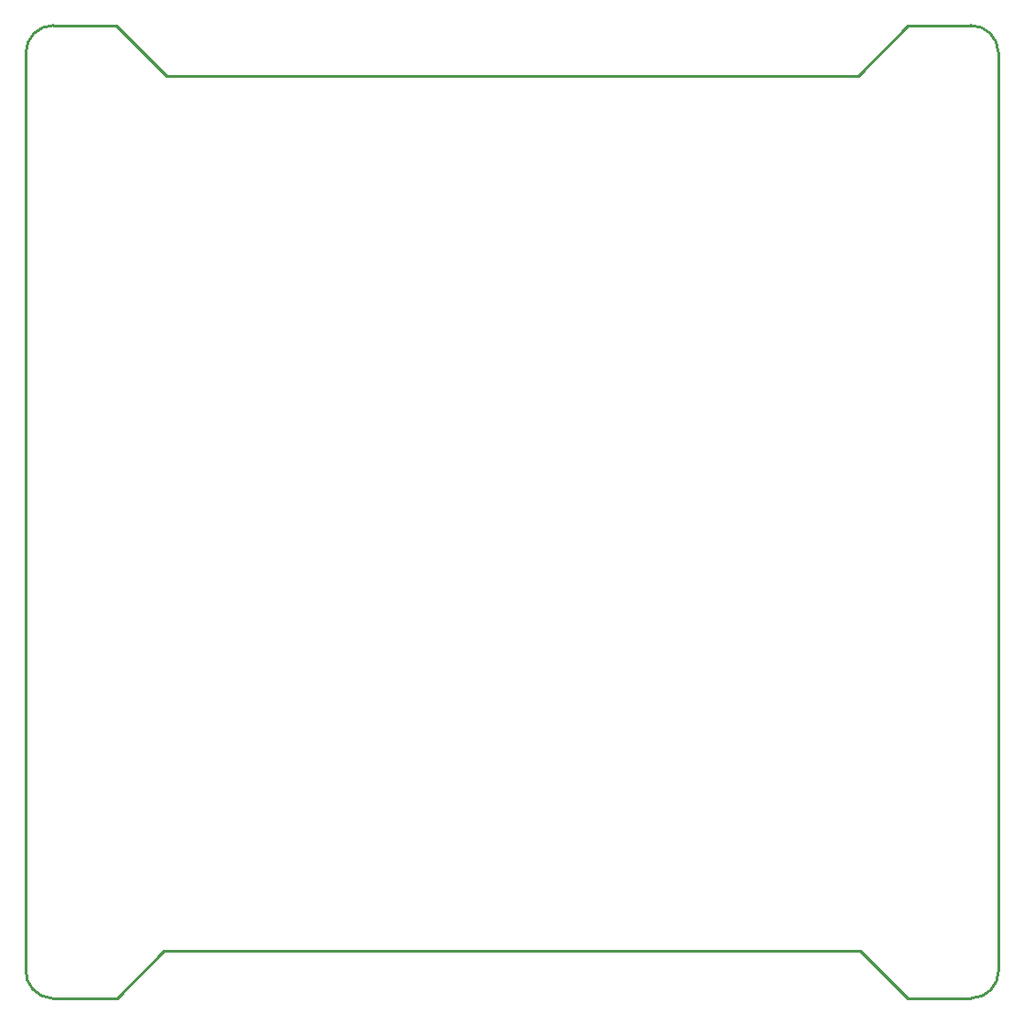
<source format=gm1>
G04*
G04 #@! TF.GenerationSoftware,Altium Limited,Altium Designer,22.9.1 (49)*
G04*
G04 Layer_Color=16711935*
%FSLAX25Y25*%
%MOIN*%
G70*
G04*
G04 #@! TF.SameCoordinates,80F2EAEC-CDE7-43A4-84F7-7BEF4F4580BA*
G04*
G04*
G04 #@! TF.FilePolarity,Positive*
G04*
G01*
G75*
%ADD12C,0.01000*%
D12*
X24497Y-9935D02*
G03*
X14445Y12I-10000J-52D01*
G01*
X14637Y-354332D02*
G03*
X24585Y-344280I-52J10000D01*
G01*
X-319830Y12D02*
G03*
X-329803Y-10014I26J-10000D01*
G01*
X-329802Y-343833D02*
G03*
X-320333Y-354337I9987J-517D01*
G01*
X24585Y-9935D02*
X24585Y-344280D01*
X-8183Y-0D02*
X14445D01*
X-319818Y-0D02*
X-296938D01*
X-8601Y-354337D02*
X14637D01*
X-25801Y-337138D02*
X-8601Y-354337D01*
X-296938Y-0D02*
X-278601Y-18337D01*
X-26601D02*
X-8377Y-113D01*
X-279401Y-337138D02*
X-25801D01*
X-329803Y-10014D02*
X-329803Y-282636D01*
Y-343833D02*
Y-282636D01*
X-320333Y-354337D02*
X-296601D01*
X-279401Y-337138D01*
X-278601Y-18337D02*
X-26601D01*
M02*

</source>
